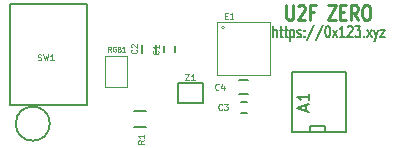
<source format=gbr>
G04 #@! TF.FileFunction,Legend,Top*
%FSLAX46Y46*%
G04 Gerber Fmt 4.6, Leading zero omitted, Abs format (unit mm)*
G04 Created by KiCad (PCBNEW 4.0.1-3.201512221402+6198~38~ubuntu15.04.1-stable) date Sat 02 Jan 2016 06:16:32 PM EST*
%MOMM*%
G01*
G04 APERTURE LIST*
%ADD10C,0.100000*%
%ADD11C,0.160000*%
%ADD12C,0.250000*%
%ADD13C,0.200000*%
%ADD14C,0.150000*%
%ADD15C,0.030000*%
%ADD16C,0.125000*%
G04 APERTURE END LIST*
D10*
D11*
X56783334Y-33302381D02*
X56783334Y-32302381D01*
X57083334Y-33302381D02*
X57083334Y-32778571D01*
X57050000Y-32683333D01*
X56983334Y-32635714D01*
X56883334Y-32635714D01*
X56816667Y-32683333D01*
X56783334Y-32730952D01*
X57316667Y-32635714D02*
X57583333Y-32635714D01*
X57416667Y-32302381D02*
X57416667Y-33159524D01*
X57450000Y-33254762D01*
X57516667Y-33302381D01*
X57583333Y-33302381D01*
X57716667Y-32635714D02*
X57983333Y-32635714D01*
X57816667Y-32302381D02*
X57816667Y-33159524D01*
X57850000Y-33254762D01*
X57916667Y-33302381D01*
X57983333Y-33302381D01*
X58216667Y-32635714D02*
X58216667Y-33635714D01*
X58216667Y-32683333D02*
X58283333Y-32635714D01*
X58416667Y-32635714D01*
X58483333Y-32683333D01*
X58516667Y-32730952D01*
X58550000Y-32826190D01*
X58550000Y-33111905D01*
X58516667Y-33207143D01*
X58483333Y-33254762D01*
X58416667Y-33302381D01*
X58283333Y-33302381D01*
X58216667Y-33254762D01*
X58816666Y-33254762D02*
X58883333Y-33302381D01*
X59016666Y-33302381D01*
X59083333Y-33254762D01*
X59116666Y-33159524D01*
X59116666Y-33111905D01*
X59083333Y-33016667D01*
X59016666Y-32969048D01*
X58916666Y-32969048D01*
X58850000Y-32921429D01*
X58816666Y-32826190D01*
X58816666Y-32778571D01*
X58850000Y-32683333D01*
X58916666Y-32635714D01*
X59016666Y-32635714D01*
X59083333Y-32683333D01*
X59416667Y-33207143D02*
X59450000Y-33254762D01*
X59416667Y-33302381D01*
X59383333Y-33254762D01*
X59416667Y-33207143D01*
X59416667Y-33302381D01*
X59416667Y-32683333D02*
X59450000Y-32730952D01*
X59416667Y-32778571D01*
X59383333Y-32730952D01*
X59416667Y-32683333D01*
X59416667Y-32778571D01*
X60250000Y-32254762D02*
X59650000Y-33540476D01*
X60983333Y-32254762D02*
X60383333Y-33540476D01*
X61349999Y-32302381D02*
X61416666Y-32302381D01*
X61483332Y-32350000D01*
X61516666Y-32397619D01*
X61549999Y-32492857D01*
X61583332Y-32683333D01*
X61583332Y-32921429D01*
X61549999Y-33111905D01*
X61516666Y-33207143D01*
X61483332Y-33254762D01*
X61416666Y-33302381D01*
X61349999Y-33302381D01*
X61283332Y-33254762D01*
X61249999Y-33207143D01*
X61216666Y-33111905D01*
X61183332Y-32921429D01*
X61183332Y-32683333D01*
X61216666Y-32492857D01*
X61249999Y-32397619D01*
X61283332Y-32350000D01*
X61349999Y-32302381D01*
X61816666Y-33302381D02*
X62183333Y-32635714D01*
X61816666Y-32635714D02*
X62183333Y-33302381D01*
X62816666Y-33302381D02*
X62416666Y-33302381D01*
X62616666Y-33302381D02*
X62616666Y-32302381D01*
X62550000Y-32445238D01*
X62483333Y-32540476D01*
X62416666Y-32588095D01*
X63083333Y-32397619D02*
X63116667Y-32350000D01*
X63183333Y-32302381D01*
X63350000Y-32302381D01*
X63416667Y-32350000D01*
X63450000Y-32397619D01*
X63483333Y-32492857D01*
X63483333Y-32588095D01*
X63450000Y-32730952D01*
X63050000Y-33302381D01*
X63483333Y-33302381D01*
X63716667Y-32302381D02*
X64150000Y-32302381D01*
X63916667Y-32683333D01*
X64016667Y-32683333D01*
X64083334Y-32730952D01*
X64116667Y-32778571D01*
X64150000Y-32873810D01*
X64150000Y-33111905D01*
X64116667Y-33207143D01*
X64083334Y-33254762D01*
X64016667Y-33302381D01*
X63816667Y-33302381D01*
X63750000Y-33254762D01*
X63716667Y-33207143D01*
X64450001Y-33207143D02*
X64483334Y-33254762D01*
X64450001Y-33302381D01*
X64416667Y-33254762D01*
X64450001Y-33207143D01*
X64450001Y-33302381D01*
X64716667Y-33302381D02*
X65083334Y-32635714D01*
X64716667Y-32635714D02*
X65083334Y-33302381D01*
X65283334Y-32635714D02*
X65450001Y-33302381D01*
X65616667Y-32635714D02*
X65450001Y-33302381D01*
X65383334Y-33540476D01*
X65350001Y-33588095D01*
X65283334Y-33635714D01*
X65816667Y-32635714D02*
X66183334Y-32635714D01*
X65816667Y-33302381D01*
X66183334Y-33302381D01*
D12*
X57876190Y-30538095D02*
X57876190Y-31590476D01*
X57923809Y-31714286D01*
X57971428Y-31776190D01*
X58066666Y-31838095D01*
X58257143Y-31838095D01*
X58352381Y-31776190D01*
X58400000Y-31714286D01*
X58447619Y-31590476D01*
X58447619Y-30538095D01*
X58876190Y-30661905D02*
X58923809Y-30600000D01*
X59019047Y-30538095D01*
X59257143Y-30538095D01*
X59352381Y-30600000D01*
X59400000Y-30661905D01*
X59447619Y-30785714D01*
X59447619Y-30909524D01*
X59400000Y-31095238D01*
X58828571Y-31838095D01*
X59447619Y-31838095D01*
X60209524Y-31157143D02*
X59876190Y-31157143D01*
X59876190Y-31838095D02*
X59876190Y-30538095D01*
X60352381Y-30538095D01*
X61400000Y-30538095D02*
X62066667Y-30538095D01*
X61400000Y-31838095D01*
X62066667Y-31838095D01*
X62447619Y-31157143D02*
X62780953Y-31157143D01*
X62923810Y-31838095D02*
X62447619Y-31838095D01*
X62447619Y-30538095D01*
X62923810Y-30538095D01*
X63923810Y-31838095D02*
X63590476Y-31219048D01*
X63352381Y-31838095D02*
X63352381Y-30538095D01*
X63733334Y-30538095D01*
X63828572Y-30600000D01*
X63876191Y-30661905D01*
X63923810Y-30785714D01*
X63923810Y-30971429D01*
X63876191Y-31095238D01*
X63828572Y-31157143D01*
X63733334Y-31219048D01*
X63352381Y-31219048D01*
X64542857Y-30538095D02*
X64733334Y-30538095D01*
X64828572Y-30600000D01*
X64923810Y-30723810D01*
X64971429Y-30971429D01*
X64971429Y-31404762D01*
X64923810Y-31652381D01*
X64828572Y-31776190D01*
X64733334Y-31838095D01*
X64542857Y-31838095D01*
X64447619Y-31776190D01*
X64352381Y-31652381D01*
X64304762Y-31404762D01*
X64304762Y-30971429D01*
X64352381Y-30723810D01*
X64447619Y-30600000D01*
X64542857Y-30538095D01*
D13*
X37842221Y-40600000D02*
G75*
G03X37842221Y-40600000I-1442221J0D01*
G01*
D14*
X41000000Y-39000000D02*
X34500000Y-39000000D01*
X34500000Y-39000000D02*
X34500000Y-30500000D01*
X34500000Y-30500000D02*
X41000000Y-30500000D01*
X41000000Y-30500000D02*
X41000000Y-39000000D01*
X58344000Y-41310000D02*
X58344000Y-36230000D01*
X58344000Y-36230000D02*
X62916000Y-36230000D01*
X62916000Y-36230000D02*
X62916000Y-41310000D01*
X62916000Y-41310000D02*
X58344000Y-41310000D01*
X59868000Y-41310000D02*
X59868000Y-40802000D01*
X59868000Y-40802000D02*
X61138000Y-40802000D01*
X61138000Y-40802000D02*
X61138000Y-41310000D01*
X47525000Y-34000000D02*
X47525000Y-34500000D01*
X48475000Y-34500000D02*
X48475000Y-34000000D01*
X45650000Y-34600000D02*
X45650000Y-33900000D01*
X46850000Y-33900000D02*
X46850000Y-34600000D01*
X54500000Y-38755000D02*
X54000000Y-38755000D01*
X54000000Y-39705000D02*
X54500000Y-39705000D01*
X54600000Y-38120000D02*
X53900000Y-38120000D01*
X53900000Y-36920000D02*
X54600000Y-36920000D01*
D15*
X52651421Y-32480000D02*
G75*
G03X52651421Y-32480000I-141421J0D01*
G01*
X52010000Y-31980000D02*
X56510000Y-31980000D01*
X56510000Y-31980000D02*
X56510000Y-36480000D01*
X56510000Y-36480000D02*
X52010000Y-36480000D01*
X52010000Y-36480000D02*
X52010000Y-31980000D01*
D14*
X44970000Y-39545000D02*
X45970000Y-39545000D01*
X45970000Y-40895000D02*
X44970000Y-40895000D01*
X50809020Y-38880900D02*
X48710980Y-38880900D01*
X48710980Y-38880900D02*
X48710980Y-37179100D01*
X48710980Y-37179100D02*
X50809020Y-37179100D01*
X50809020Y-37179100D02*
X50809020Y-38880900D01*
D15*
X42492000Y-34865000D02*
X44397000Y-34865000D01*
X44397000Y-34865000D02*
X44397000Y-37532000D01*
X44397000Y-37532000D02*
X42492000Y-37532000D01*
X42492000Y-37532000D02*
X42492000Y-34865000D01*
D16*
X36833334Y-35202381D02*
X36904763Y-35226190D01*
X37023810Y-35226190D01*
X37071429Y-35202381D01*
X37095239Y-35178571D01*
X37119048Y-35130952D01*
X37119048Y-35083333D01*
X37095239Y-35035714D01*
X37071429Y-35011905D01*
X37023810Y-34988095D01*
X36928572Y-34964286D01*
X36880953Y-34940476D01*
X36857144Y-34916667D01*
X36833334Y-34869048D01*
X36833334Y-34821429D01*
X36857144Y-34773810D01*
X36880953Y-34750000D01*
X36928572Y-34726190D01*
X37047620Y-34726190D01*
X37119048Y-34750000D01*
X37285715Y-34726190D02*
X37404762Y-35226190D01*
X37500000Y-34869048D01*
X37595238Y-35226190D01*
X37714286Y-34726190D01*
X38166667Y-35226190D02*
X37880953Y-35226190D01*
X38023810Y-35226190D02*
X38023810Y-34726190D01*
X37976191Y-34797619D01*
X37928572Y-34845238D01*
X37880953Y-34869048D01*
D14*
X59526667Y-39484286D02*
X59526667Y-39008095D01*
X59812381Y-39579524D02*
X58812381Y-39246191D01*
X59812381Y-38912857D01*
X59812381Y-38055714D02*
X59812381Y-38627143D01*
X59812381Y-38341429D02*
X58812381Y-38341429D01*
X58955238Y-38436667D01*
X59050476Y-38531905D01*
X59098095Y-38627143D01*
D16*
X47018571Y-34418333D02*
X47042381Y-34442143D01*
X47066190Y-34513571D01*
X47066190Y-34561190D01*
X47042381Y-34632619D01*
X46994762Y-34680238D01*
X46947143Y-34704047D01*
X46851905Y-34727857D01*
X46780476Y-34727857D01*
X46685238Y-34704047D01*
X46637619Y-34680238D01*
X46590000Y-34632619D01*
X46566190Y-34561190D01*
X46566190Y-34513571D01*
X46590000Y-34442143D01*
X46613810Y-34418333D01*
X47066190Y-33942143D02*
X47066190Y-34227857D01*
X47066190Y-34085000D02*
X46566190Y-34085000D01*
X46637619Y-34132619D01*
X46685238Y-34180238D01*
X46709048Y-34227857D01*
X45168571Y-34338333D02*
X45192381Y-34362143D01*
X45216190Y-34433571D01*
X45216190Y-34481190D01*
X45192381Y-34552619D01*
X45144762Y-34600238D01*
X45097143Y-34624047D01*
X45001905Y-34647857D01*
X44930476Y-34647857D01*
X44835238Y-34624047D01*
X44787619Y-34600238D01*
X44740000Y-34552619D01*
X44716190Y-34481190D01*
X44716190Y-34433571D01*
X44740000Y-34362143D01*
X44763810Y-34338333D01*
X44763810Y-34147857D02*
X44740000Y-34124047D01*
X44716190Y-34076428D01*
X44716190Y-33957381D01*
X44740000Y-33909762D01*
X44763810Y-33885952D01*
X44811429Y-33862143D01*
X44859048Y-33862143D01*
X44930476Y-33885952D01*
X45216190Y-34171666D01*
X45216190Y-33862143D01*
X52416667Y-39388571D02*
X52392857Y-39412381D01*
X52321429Y-39436190D01*
X52273810Y-39436190D01*
X52202381Y-39412381D01*
X52154762Y-39364762D01*
X52130953Y-39317143D01*
X52107143Y-39221905D01*
X52107143Y-39150476D01*
X52130953Y-39055238D01*
X52154762Y-39007619D01*
X52202381Y-38960000D01*
X52273810Y-38936190D01*
X52321429Y-38936190D01*
X52392857Y-38960000D01*
X52416667Y-38983810D01*
X52583334Y-38936190D02*
X52892857Y-38936190D01*
X52726191Y-39126667D01*
X52797619Y-39126667D01*
X52845238Y-39150476D01*
X52869048Y-39174286D01*
X52892857Y-39221905D01*
X52892857Y-39340952D01*
X52869048Y-39388571D01*
X52845238Y-39412381D01*
X52797619Y-39436190D01*
X52654762Y-39436190D01*
X52607143Y-39412381D01*
X52583334Y-39388571D01*
X52136667Y-37688571D02*
X52112857Y-37712381D01*
X52041429Y-37736190D01*
X51993810Y-37736190D01*
X51922381Y-37712381D01*
X51874762Y-37664762D01*
X51850953Y-37617143D01*
X51827143Y-37521905D01*
X51827143Y-37450476D01*
X51850953Y-37355238D01*
X51874762Y-37307619D01*
X51922381Y-37260000D01*
X51993810Y-37236190D01*
X52041429Y-37236190D01*
X52112857Y-37260000D01*
X52136667Y-37283810D01*
X52565238Y-37402857D02*
X52565238Y-37736190D01*
X52446191Y-37212381D02*
X52327143Y-37569524D01*
X52636667Y-37569524D01*
D10*
X52664763Y-31444286D02*
X52831429Y-31444286D01*
X52902858Y-31706190D02*
X52664763Y-31706190D01*
X52664763Y-31206190D01*
X52902858Y-31206190D01*
X53379048Y-31706190D02*
X53093334Y-31706190D01*
X53236191Y-31706190D02*
X53236191Y-31206190D01*
X53188572Y-31277619D01*
X53140953Y-31325238D01*
X53093334Y-31349048D01*
D16*
X45826190Y-42013333D02*
X45588095Y-42180000D01*
X45826190Y-42299047D02*
X45326190Y-42299047D01*
X45326190Y-42108571D01*
X45350000Y-42060952D01*
X45373810Y-42037143D01*
X45421429Y-42013333D01*
X45492857Y-42013333D01*
X45540476Y-42037143D01*
X45564286Y-42060952D01*
X45588095Y-42108571D01*
X45588095Y-42299047D01*
X45826190Y-41537143D02*
X45826190Y-41822857D01*
X45826190Y-41680000D02*
X45326190Y-41680000D01*
X45397619Y-41727619D01*
X45445238Y-41775238D01*
X45469048Y-41822857D01*
X49315239Y-36406190D02*
X49648572Y-36406190D01*
X49315239Y-36906190D01*
X49648572Y-36906190D01*
X50100952Y-36906190D02*
X49815238Y-36906190D01*
X49958095Y-36906190D02*
X49958095Y-36406190D01*
X49910476Y-36477619D01*
X49862857Y-36525238D01*
X49815238Y-36549048D01*
D10*
X43038794Y-34492232D02*
X42905460Y-34301756D01*
X42810222Y-34492232D02*
X42810222Y-34092232D01*
X42962603Y-34092232D01*
X43000698Y-34111280D01*
X43019746Y-34130328D01*
X43038794Y-34168423D01*
X43038794Y-34225566D01*
X43019746Y-34263661D01*
X43000698Y-34282709D01*
X42962603Y-34301756D01*
X42810222Y-34301756D01*
X43419746Y-34111280D02*
X43381651Y-34092232D01*
X43324508Y-34092232D01*
X43267365Y-34111280D01*
X43229270Y-34149375D01*
X43210222Y-34187470D01*
X43191174Y-34263661D01*
X43191174Y-34320804D01*
X43210222Y-34396994D01*
X43229270Y-34435090D01*
X43267365Y-34473185D01*
X43324508Y-34492232D01*
X43362603Y-34492232D01*
X43419746Y-34473185D01*
X43438794Y-34454137D01*
X43438794Y-34320804D01*
X43362603Y-34320804D01*
X43743555Y-34282709D02*
X43800698Y-34301756D01*
X43819746Y-34320804D01*
X43838794Y-34358899D01*
X43838794Y-34416042D01*
X43819746Y-34454137D01*
X43800698Y-34473185D01*
X43762603Y-34492232D01*
X43610222Y-34492232D01*
X43610222Y-34092232D01*
X43743555Y-34092232D01*
X43781651Y-34111280D01*
X43800698Y-34130328D01*
X43819746Y-34168423D01*
X43819746Y-34206518D01*
X43800698Y-34244613D01*
X43781651Y-34263661D01*
X43743555Y-34282709D01*
X43610222Y-34282709D01*
X44219746Y-34492232D02*
X43991174Y-34492232D01*
X44105460Y-34492232D02*
X44105460Y-34092232D01*
X44067365Y-34149375D01*
X44029270Y-34187470D01*
X43991174Y-34206518D01*
M02*

</source>
